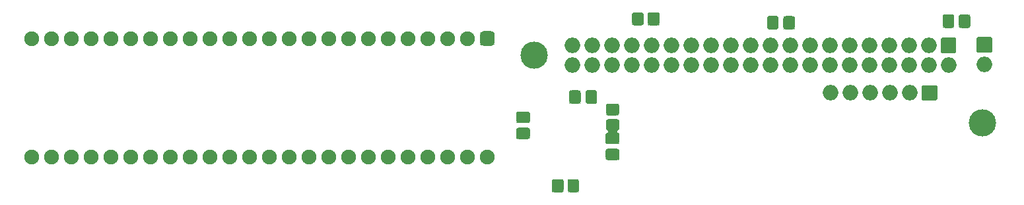
<source format=gbr>
%TF.GenerationSoftware,KiCad,Pcbnew,5.1.10-88a1d61d58~88~ubuntu18.04.1*%
%TF.CreationDate,2021-09-18T16:02:56+02:00*%
%TF.ProjectId,RGBtoHDMI Amiga Denise DIP CPLD Rev 1.1,52474274-6f48-4444-9d49-20416d696761,rev?*%
%TF.SameCoordinates,Original*%
%TF.FileFunction,Soldermask,Bot*%
%TF.FilePolarity,Negative*%
%FSLAX46Y46*%
G04 Gerber Fmt 4.6, Leading zero omitted, Abs format (unit mm)*
G04 Created by KiCad (PCBNEW 5.1.10-88a1d61d58~88~ubuntu18.04.1) date 2021-09-18 16:02:56*
%MOMM*%
%LPD*%
G01*
G04 APERTURE LIST*
%ADD10C,3.500000*%
%ADD11O,2.000000X2.000000*%
%ADD12O,1.900000X1.900000*%
%ADD13C,0.100000*%
G04 APERTURE END LIST*
D10*
%TO.C,REF\u002A\u002A*%
X202840000Y-95300000D03*
%TD*%
D11*
%TO.C,Button*%
X203050000Y-87815000D03*
G36*
G01*
X202050000Y-86125000D02*
X202050000Y-84425000D01*
G75*
G02*
X202200000Y-84275000I150000J0D01*
G01*
X203900000Y-84275000D01*
G75*
G02*
X204050000Y-84425000I0J-150000D01*
G01*
X204050000Y-86125000D01*
G75*
G02*
X203900000Y-86275000I-150000J0D01*
G01*
X202200000Y-86275000D01*
G75*
G02*
X202050000Y-86125000I0J150000D01*
G01*
G37*
%TD*%
D10*
%TO.C,REF\u002A\u002A*%
X145330000Y-86620000D03*
%TD*%
D12*
%TO.C,U2*%
X139315000Y-99695000D03*
X80895000Y-84455000D03*
X136775000Y-99695000D03*
X83435000Y-84455000D03*
X134235000Y-99695000D03*
X85975000Y-84455000D03*
X131695000Y-99695000D03*
X88515000Y-84455000D03*
X129155000Y-99695000D03*
X91055000Y-84455000D03*
X126615000Y-99695000D03*
X93595000Y-84455000D03*
X124075000Y-99695000D03*
X96135000Y-84455000D03*
X121535000Y-99695000D03*
X98675000Y-84455000D03*
X118995000Y-99695000D03*
X101215000Y-84455000D03*
X116455000Y-99695000D03*
X103755000Y-84455000D03*
X113915000Y-99695000D03*
X106295000Y-84455000D03*
X111375000Y-99695000D03*
X108835000Y-84455000D03*
X108835000Y-99695000D03*
X111375000Y-84455000D03*
X106295000Y-99695000D03*
X113915000Y-84455000D03*
X103755000Y-99695000D03*
X116455000Y-84455000D03*
X101215000Y-99695000D03*
X118995000Y-84455000D03*
X98675000Y-99695000D03*
X121535000Y-84455000D03*
X96135000Y-99695000D03*
X124075000Y-84455000D03*
X93595000Y-99695000D03*
X126615000Y-84455000D03*
X91055000Y-99695000D03*
X129155000Y-84455000D03*
X88515000Y-99695000D03*
X131695000Y-84455000D03*
X85975000Y-99695000D03*
X134235000Y-84455000D03*
X83435000Y-99695000D03*
X136775000Y-84455000D03*
X80895000Y-99695000D03*
G36*
G01*
X138840000Y-83505000D02*
X139790000Y-83505000D01*
G75*
G02*
X140265000Y-83980000I0J-475000D01*
G01*
X140265000Y-84930000D01*
G75*
G02*
X139790000Y-85405000I-475000J0D01*
G01*
X138840000Y-85405000D01*
G75*
G02*
X138365000Y-84930000I0J475000D01*
G01*
X138365000Y-83980000D01*
G75*
G02*
X138840000Y-83505000I475000J0D01*
G01*
G37*
%TD*%
D11*
%TO.C,J1*%
X150190000Y-87900000D03*
X150190000Y-85360000D03*
X152730000Y-87900000D03*
X152730000Y-85360000D03*
X155270000Y-87900000D03*
X155270000Y-85360000D03*
X157810000Y-87900000D03*
X157810000Y-85360000D03*
X160350000Y-87900000D03*
X160350000Y-85360000D03*
X162890000Y-87900000D03*
X162890000Y-85360000D03*
X165430000Y-87900000D03*
X165430000Y-85360000D03*
X167970000Y-87900000D03*
X167970000Y-85360000D03*
X170510000Y-87900000D03*
X170510000Y-85360000D03*
X173050000Y-87900000D03*
X173050000Y-85360000D03*
X175590000Y-87900000D03*
X175590000Y-85360000D03*
X178130000Y-87900000D03*
X178130000Y-85360000D03*
X180670000Y-87900000D03*
X180670000Y-85360000D03*
X183210000Y-87900000D03*
X183210000Y-85360000D03*
X185750000Y-87900000D03*
X185750000Y-85360000D03*
X188290000Y-87900000D03*
X188290000Y-85360000D03*
X190830000Y-87900000D03*
X190830000Y-85360000D03*
X193370000Y-87900000D03*
X193370000Y-85360000D03*
X195910000Y-87900000D03*
X195910000Y-85360000D03*
X198450000Y-87900000D03*
G36*
G01*
X197600000Y-84360000D02*
X199300000Y-84360000D01*
G75*
G02*
X199450000Y-84510000I0J-150000D01*
G01*
X199450000Y-86210000D01*
G75*
G02*
X199300000Y-86360000I-150000J0D01*
G01*
X197600000Y-86360000D01*
G75*
G02*
X197450000Y-86210000I0J150000D01*
G01*
X197450000Y-84510000D01*
G75*
G02*
X197600000Y-84360000I150000J0D01*
G01*
G37*
%TD*%
%TO.C,C5*%
G36*
G01*
X199790000Y-82791171D02*
X199790000Y-81668829D01*
G75*
G02*
X200103829Y-81355000I313829J0D01*
G01*
X200951171Y-81355000D01*
G75*
G02*
X201265000Y-81668829I0J-313829D01*
G01*
X201265000Y-82791171D01*
G75*
G02*
X200951171Y-83105000I-313829J0D01*
G01*
X200103829Y-83105000D01*
G75*
G02*
X199790000Y-82791171I0J313829D01*
G01*
G37*
G36*
G01*
X197715000Y-82791171D02*
X197715000Y-81668829D01*
G75*
G02*
X198028829Y-81355000I313829J0D01*
G01*
X198876171Y-81355000D01*
G75*
G02*
X199190000Y-81668829I0J-313829D01*
G01*
X199190000Y-82791171D01*
G75*
G02*
X198876171Y-83105000I-313829J0D01*
G01*
X198028829Y-83105000D01*
G75*
G02*
X197715000Y-82791171I0J313829D01*
G01*
G37*
%TD*%
%TO.C,C1*%
G36*
G01*
X176660000Y-81868829D02*
X176660000Y-82991171D01*
G75*
G02*
X176346171Y-83305000I-313829J0D01*
G01*
X175498829Y-83305000D01*
G75*
G02*
X175185000Y-82991171I0J313829D01*
G01*
X175185000Y-81868829D01*
G75*
G02*
X175498829Y-81555000I313829J0D01*
G01*
X176346171Y-81555000D01*
G75*
G02*
X176660000Y-81868829I0J-313829D01*
G01*
G37*
G36*
G01*
X178735000Y-81868829D02*
X178735000Y-82991171D01*
G75*
G02*
X178421171Y-83305000I-313829J0D01*
G01*
X177573829Y-83305000D01*
G75*
G02*
X177260000Y-82991171I0J313829D01*
G01*
X177260000Y-81868829D01*
G75*
G02*
X177573829Y-81555000I313829J0D01*
G01*
X178421171Y-81555000D01*
G75*
G02*
X178735000Y-81868829I0J-313829D01*
G01*
G37*
%TD*%
%TO.C,R3*%
G36*
G01*
X155917502Y-94360000D02*
X154842498Y-94360000D01*
G75*
G02*
X154530000Y-94047502I0J312498D01*
G01*
X154530000Y-93172498D01*
G75*
G02*
X154842498Y-92860000I312498J0D01*
G01*
X155917502Y-92860000D01*
G75*
G02*
X156230000Y-93172498I0J-312498D01*
G01*
X156230000Y-94047502D01*
G75*
G02*
X155917502Y-94360000I-312498J0D01*
G01*
G37*
G36*
G01*
X155917502Y-96360000D02*
X154842498Y-96360000D01*
G75*
G02*
X154530000Y-96047502I0J312498D01*
G01*
X154530000Y-95172498D01*
G75*
G02*
X154842498Y-94860000I312498J0D01*
G01*
X155917502Y-94860000D01*
G75*
G02*
X156230000Y-95172498I0J-312498D01*
G01*
X156230000Y-96047502D01*
G75*
G02*
X155917502Y-96360000I-312498J0D01*
G01*
G37*
%TD*%
%TO.C,R2*%
G36*
G01*
X149090000Y-102892498D02*
X149090000Y-103967502D01*
G75*
G02*
X148777502Y-104280000I-312498J0D01*
G01*
X147902498Y-104280000D01*
G75*
G02*
X147590000Y-103967502I0J312498D01*
G01*
X147590000Y-102892498D01*
G75*
G02*
X147902498Y-102580000I312498J0D01*
G01*
X148777502Y-102580000D01*
G75*
G02*
X149090000Y-102892498I0J-312498D01*
G01*
G37*
G36*
G01*
X151090000Y-102892498D02*
X151090000Y-103967502D01*
G75*
G02*
X150777502Y-104280000I-312498J0D01*
G01*
X149902498Y-104280000D01*
G75*
G02*
X149590000Y-103967502I0J312498D01*
G01*
X149590000Y-102892498D01*
G75*
G02*
X149902498Y-102580000I312498J0D01*
G01*
X150777502Y-102580000D01*
G75*
G02*
X151090000Y-102892498I0J-312498D01*
G01*
G37*
%TD*%
%TO.C,R1*%
G36*
G01*
X159380000Y-81392498D02*
X159380000Y-82467502D01*
G75*
G02*
X159067502Y-82780000I-312498J0D01*
G01*
X158192498Y-82780000D01*
G75*
G02*
X157880000Y-82467502I0J312498D01*
G01*
X157880000Y-81392498D01*
G75*
G02*
X158192498Y-81080000I312498J0D01*
G01*
X159067502Y-81080000D01*
G75*
G02*
X159380000Y-81392498I0J-312498D01*
G01*
G37*
G36*
G01*
X161380000Y-81392498D02*
X161380000Y-82467502D01*
G75*
G02*
X161067502Y-82780000I-312498J0D01*
G01*
X160192498Y-82780000D01*
G75*
G02*
X159880000Y-82467502I0J312498D01*
G01*
X159880000Y-81392498D01*
G75*
G02*
X160192498Y-81080000I312498J0D01*
G01*
X161067502Y-81080000D01*
G75*
G02*
X161380000Y-81392498I0J-312498D01*
G01*
G37*
%TD*%
%TO.C,C4*%
G36*
G01*
X143328829Y-93885000D02*
X144451171Y-93885000D01*
G75*
G02*
X144765000Y-94198829I0J-313829D01*
G01*
X144765000Y-95046171D01*
G75*
G02*
X144451171Y-95360000I-313829J0D01*
G01*
X143328829Y-95360000D01*
G75*
G02*
X143015000Y-95046171I0J313829D01*
G01*
X143015000Y-94198829D01*
G75*
G02*
X143328829Y-93885000I313829J0D01*
G01*
G37*
G36*
G01*
X143328829Y-95960000D02*
X144451171Y-95960000D01*
G75*
G02*
X144765000Y-96273829I0J-313829D01*
G01*
X144765000Y-97121171D01*
G75*
G02*
X144451171Y-97435000I-313829J0D01*
G01*
X143328829Y-97435000D01*
G75*
G02*
X143015000Y-97121171I0J313829D01*
G01*
X143015000Y-96273829D01*
G75*
G02*
X143328829Y-95960000I313829J0D01*
G01*
G37*
%TD*%
%TO.C,C3*%
G36*
G01*
X155931171Y-98070000D02*
X154808829Y-98070000D01*
G75*
G02*
X154495000Y-97756171I0J313829D01*
G01*
X154495000Y-96908829D01*
G75*
G02*
X154808829Y-96595000I313829J0D01*
G01*
X155931171Y-96595000D01*
G75*
G02*
X156245000Y-96908829I0J-313829D01*
G01*
X156245000Y-97756171D01*
G75*
G02*
X155931171Y-98070000I-313829J0D01*
G01*
G37*
G36*
G01*
X155931171Y-100145000D02*
X154808829Y-100145000D01*
G75*
G02*
X154495000Y-99831171I0J313829D01*
G01*
X154495000Y-98983829D01*
G75*
G02*
X154808829Y-98670000I313829J0D01*
G01*
X155931171Y-98670000D01*
G75*
G02*
X156245000Y-98983829I0J-313829D01*
G01*
X156245000Y-99831171D01*
G75*
G02*
X155931171Y-100145000I-313829J0D01*
G01*
G37*
%TD*%
%TO.C,C2*%
G36*
G01*
X151890000Y-92561171D02*
X151890000Y-91438829D01*
G75*
G02*
X152203829Y-91125000I313829J0D01*
G01*
X153051171Y-91125000D01*
G75*
G02*
X153365000Y-91438829I0J-313829D01*
G01*
X153365000Y-92561171D01*
G75*
G02*
X153051171Y-92875000I-313829J0D01*
G01*
X152203829Y-92875000D01*
G75*
G02*
X151890000Y-92561171I0J313829D01*
G01*
G37*
G36*
G01*
X149815000Y-92561171D02*
X149815000Y-91438829D01*
G75*
G02*
X150128829Y-91125000I313829J0D01*
G01*
X150976171Y-91125000D01*
G75*
G02*
X151290000Y-91438829I0J-313829D01*
G01*
X151290000Y-92561171D01*
G75*
G02*
X150976171Y-92875000I-313829J0D01*
G01*
X150128829Y-92875000D01*
G75*
G02*
X149815000Y-92561171I0J313829D01*
G01*
G37*
%TD*%
%TO.C,JTAG Port*%
G36*
G01*
X195160000Y-90460000D02*
X196860000Y-90460000D01*
G75*
G02*
X197010000Y-90610000I0J-150000D01*
G01*
X197010000Y-92310000D01*
G75*
G02*
X196860000Y-92460000I-150000J0D01*
G01*
X195160000Y-92460000D01*
G75*
G02*
X195010000Y-92310000I0J150000D01*
G01*
X195010000Y-90610000D01*
G75*
G02*
X195160000Y-90460000I150000J0D01*
G01*
G37*
X193470000Y-91460000D03*
X190930000Y-91460000D03*
X188390000Y-91460000D03*
X185850000Y-91460000D03*
X183310000Y-91460000D03*
%TD*%
D13*
G36*
X149091165Y-103965876D02*
G01*
X149092000Y-103967502D01*
X149092000Y-104034278D01*
X149091990Y-104034474D01*
X149086794Y-104087237D01*
X149086718Y-104087622D01*
X149073119Y-104132451D01*
X149072969Y-104132813D01*
X149050885Y-104174128D01*
X149050667Y-104174454D01*
X149020947Y-104210670D01*
X149020670Y-104210947D01*
X148984454Y-104240667D01*
X148984128Y-104240885D01*
X148942813Y-104262969D01*
X148942451Y-104263119D01*
X148897622Y-104276718D01*
X148897237Y-104276794D01*
X148844474Y-104281990D01*
X148844278Y-104282000D01*
X148777502Y-104282000D01*
X148775770Y-104281000D01*
X148775770Y-104279000D01*
X148777306Y-104278010D01*
X148838072Y-104272025D01*
X148896321Y-104254356D01*
X148950001Y-104225664D01*
X148997050Y-104187050D01*
X149035664Y-104140001D01*
X149064356Y-104086321D01*
X149082025Y-104028072D01*
X149088010Y-103967306D01*
X149089175Y-103965680D01*
X149091165Y-103965876D01*
G37*
G36*
X147591990Y-103967306D02*
G01*
X147597975Y-104028072D01*
X147615644Y-104086321D01*
X147644336Y-104140001D01*
X147682950Y-104187050D01*
X147729999Y-104225664D01*
X147783679Y-104254356D01*
X147841928Y-104272025D01*
X147902694Y-104278010D01*
X147904320Y-104279175D01*
X147904124Y-104281165D01*
X147902498Y-104282000D01*
X147835722Y-104282000D01*
X147835526Y-104281990D01*
X147782763Y-104276794D01*
X147782378Y-104276718D01*
X147737549Y-104263119D01*
X147737187Y-104262969D01*
X147695872Y-104240885D01*
X147695546Y-104240667D01*
X147659330Y-104210947D01*
X147659053Y-104210670D01*
X147629333Y-104174454D01*
X147629115Y-104174128D01*
X147607031Y-104132813D01*
X147606881Y-104132451D01*
X147593282Y-104087622D01*
X147593206Y-104087237D01*
X147588010Y-104034474D01*
X147588000Y-104034278D01*
X147588000Y-103967502D01*
X147589000Y-103965770D01*
X147591000Y-103965770D01*
X147591990Y-103967306D01*
G37*
G36*
X151091165Y-103965876D02*
G01*
X151092000Y-103967502D01*
X151092000Y-104034278D01*
X151091990Y-104034474D01*
X151086794Y-104087237D01*
X151086718Y-104087622D01*
X151073119Y-104132451D01*
X151072969Y-104132813D01*
X151050885Y-104174128D01*
X151050667Y-104174454D01*
X151020947Y-104210670D01*
X151020670Y-104210947D01*
X150984454Y-104240667D01*
X150984128Y-104240885D01*
X150942813Y-104262969D01*
X150942451Y-104263119D01*
X150897622Y-104276718D01*
X150897237Y-104276794D01*
X150844474Y-104281990D01*
X150844278Y-104282000D01*
X150777502Y-104282000D01*
X150775770Y-104281000D01*
X150775770Y-104279000D01*
X150777306Y-104278010D01*
X150838072Y-104272025D01*
X150896321Y-104254356D01*
X150950001Y-104225664D01*
X150997050Y-104187050D01*
X151035664Y-104140001D01*
X151064356Y-104086321D01*
X151082025Y-104028072D01*
X151088010Y-103967306D01*
X151089175Y-103965680D01*
X151091165Y-103965876D01*
G37*
G36*
X149591990Y-103967306D02*
G01*
X149597975Y-104028072D01*
X149615644Y-104086321D01*
X149644336Y-104140001D01*
X149682950Y-104187050D01*
X149729999Y-104225664D01*
X149783679Y-104254356D01*
X149841928Y-104272025D01*
X149902694Y-104278010D01*
X149904320Y-104279175D01*
X149904124Y-104281165D01*
X149902498Y-104282000D01*
X149835722Y-104282000D01*
X149835526Y-104281990D01*
X149782763Y-104276794D01*
X149782378Y-104276718D01*
X149737549Y-104263119D01*
X149737187Y-104262969D01*
X149695872Y-104240885D01*
X149695546Y-104240667D01*
X149659330Y-104210947D01*
X149659053Y-104210670D01*
X149629333Y-104174454D01*
X149629115Y-104174128D01*
X149607031Y-104132813D01*
X149606881Y-104132451D01*
X149593282Y-104087622D01*
X149593206Y-104087237D01*
X149588010Y-104034474D01*
X149588000Y-104034278D01*
X149588000Y-103967502D01*
X149589000Y-103965770D01*
X149591000Y-103965770D01*
X149591990Y-103967306D01*
G37*
G36*
X147904230Y-102579000D02*
G01*
X147904230Y-102581000D01*
X147902694Y-102581990D01*
X147841928Y-102587975D01*
X147783679Y-102605644D01*
X147729999Y-102634336D01*
X147682950Y-102672950D01*
X147644336Y-102719999D01*
X147615644Y-102773679D01*
X147597975Y-102831928D01*
X147591990Y-102892694D01*
X147590825Y-102894320D01*
X147588835Y-102894124D01*
X147588000Y-102892498D01*
X147588000Y-102825722D01*
X147588010Y-102825526D01*
X147593206Y-102772763D01*
X147593282Y-102772378D01*
X147606881Y-102727549D01*
X147607031Y-102727187D01*
X147629115Y-102685872D01*
X147629333Y-102685546D01*
X147659053Y-102649330D01*
X147659330Y-102649053D01*
X147695546Y-102619333D01*
X147695872Y-102619115D01*
X147737187Y-102597031D01*
X147737549Y-102596881D01*
X147782378Y-102583282D01*
X147782763Y-102583206D01*
X147835526Y-102578010D01*
X147835722Y-102578000D01*
X147902498Y-102578000D01*
X147904230Y-102579000D01*
G37*
G36*
X149904230Y-102579000D02*
G01*
X149904230Y-102581000D01*
X149902694Y-102581990D01*
X149841928Y-102587975D01*
X149783679Y-102605644D01*
X149729999Y-102634336D01*
X149682950Y-102672950D01*
X149644336Y-102719999D01*
X149615644Y-102773679D01*
X149597975Y-102831928D01*
X149591990Y-102892694D01*
X149590825Y-102894320D01*
X149588835Y-102894124D01*
X149588000Y-102892498D01*
X149588000Y-102825722D01*
X149588010Y-102825526D01*
X149593206Y-102772763D01*
X149593282Y-102772378D01*
X149606881Y-102727549D01*
X149607031Y-102727187D01*
X149629115Y-102685872D01*
X149629333Y-102685546D01*
X149659053Y-102649330D01*
X149659330Y-102649053D01*
X149695546Y-102619333D01*
X149695872Y-102619115D01*
X149737187Y-102597031D01*
X149737549Y-102596881D01*
X149782378Y-102583282D01*
X149782763Y-102583206D01*
X149835526Y-102578010D01*
X149835722Y-102578000D01*
X149902498Y-102578000D01*
X149904230Y-102579000D01*
G37*
G36*
X148844474Y-102578010D02*
G01*
X148897237Y-102583206D01*
X148897622Y-102583282D01*
X148942451Y-102596881D01*
X148942813Y-102597031D01*
X148984128Y-102619115D01*
X148984454Y-102619333D01*
X149020670Y-102649053D01*
X149020947Y-102649330D01*
X149050667Y-102685546D01*
X149050885Y-102685872D01*
X149072969Y-102727187D01*
X149073119Y-102727549D01*
X149086718Y-102772378D01*
X149086794Y-102772763D01*
X149091990Y-102825526D01*
X149092000Y-102825722D01*
X149092000Y-102892498D01*
X149091000Y-102894230D01*
X149089000Y-102894230D01*
X149088010Y-102892694D01*
X149082025Y-102831928D01*
X149064356Y-102773679D01*
X149035664Y-102719999D01*
X148997050Y-102672950D01*
X148950001Y-102634336D01*
X148896321Y-102605644D01*
X148838072Y-102587975D01*
X148777306Y-102581990D01*
X148775680Y-102580825D01*
X148775876Y-102578835D01*
X148777502Y-102578000D01*
X148844278Y-102578000D01*
X148844474Y-102578010D01*
G37*
G36*
X150844474Y-102578010D02*
G01*
X150897237Y-102583206D01*
X150897622Y-102583282D01*
X150942451Y-102596881D01*
X150942813Y-102597031D01*
X150984128Y-102619115D01*
X150984454Y-102619333D01*
X151020670Y-102649053D01*
X151020947Y-102649330D01*
X151050667Y-102685546D01*
X151050885Y-102685872D01*
X151072969Y-102727187D01*
X151073119Y-102727549D01*
X151086718Y-102772378D01*
X151086794Y-102772763D01*
X151091990Y-102825526D01*
X151092000Y-102825722D01*
X151092000Y-102892498D01*
X151091000Y-102894230D01*
X151089000Y-102894230D01*
X151088010Y-102892694D01*
X151082025Y-102831928D01*
X151064356Y-102773679D01*
X151035664Y-102719999D01*
X150997050Y-102672950D01*
X150950001Y-102634336D01*
X150896321Y-102605644D01*
X150838072Y-102587975D01*
X150777306Y-102581990D01*
X150775680Y-102580825D01*
X150775876Y-102578835D01*
X150777502Y-102578000D01*
X150844278Y-102578000D01*
X150844474Y-102578010D01*
G37*
G36*
X156246165Y-99829545D02*
G01*
X156247000Y-99831171D01*
X156247000Y-99896839D01*
X156246990Y-99897035D01*
X156241747Y-99950274D01*
X156241671Y-99950659D01*
X156227934Y-99995941D01*
X156227784Y-99996303D01*
X156205471Y-100038048D01*
X156205253Y-100038374D01*
X156175232Y-100074955D01*
X156174955Y-100075232D01*
X156138374Y-100105253D01*
X156138048Y-100105471D01*
X156096303Y-100127784D01*
X156095941Y-100127934D01*
X156050659Y-100141671D01*
X156050274Y-100141747D01*
X155997035Y-100146990D01*
X155996839Y-100147000D01*
X155931171Y-100147000D01*
X155929439Y-100146000D01*
X155929439Y-100144000D01*
X155930975Y-100143010D01*
X155992001Y-100137000D01*
X156050499Y-100119254D01*
X156104409Y-100090439D01*
X156151661Y-100051661D01*
X156190439Y-100004409D01*
X156219254Y-99950499D01*
X156237000Y-99892001D01*
X156243010Y-99830975D01*
X156244175Y-99829349D01*
X156246165Y-99829545D01*
G37*
G36*
X154496990Y-99830975D02*
G01*
X154503000Y-99892001D01*
X154520746Y-99950499D01*
X154549561Y-100004409D01*
X154588339Y-100051661D01*
X154635591Y-100090439D01*
X154689501Y-100119254D01*
X154747999Y-100137000D01*
X154809025Y-100143010D01*
X154810651Y-100144175D01*
X154810455Y-100146165D01*
X154808829Y-100147000D01*
X154743161Y-100147000D01*
X154742965Y-100146990D01*
X154689726Y-100141747D01*
X154689341Y-100141671D01*
X154644059Y-100127934D01*
X154643697Y-100127784D01*
X154601952Y-100105471D01*
X154601626Y-100105253D01*
X154565045Y-100075232D01*
X154564768Y-100074955D01*
X154534747Y-100038374D01*
X154534529Y-100038048D01*
X154512216Y-99996303D01*
X154512066Y-99995941D01*
X154498329Y-99950659D01*
X154498253Y-99950274D01*
X154493010Y-99897035D01*
X154493000Y-99896839D01*
X154493000Y-99831171D01*
X154494000Y-99829439D01*
X154496000Y-99829439D01*
X154496990Y-99830975D01*
G37*
G36*
X154810561Y-98669000D02*
G01*
X154810561Y-98671000D01*
X154809025Y-98671990D01*
X154747999Y-98678000D01*
X154689501Y-98695746D01*
X154635591Y-98724561D01*
X154588339Y-98763339D01*
X154549561Y-98810591D01*
X154520746Y-98864501D01*
X154503000Y-98922999D01*
X154496990Y-98984025D01*
X154495825Y-98985651D01*
X154493835Y-98985455D01*
X154493000Y-98983829D01*
X154493000Y-98918161D01*
X154493010Y-98917965D01*
X154498253Y-98864726D01*
X154498329Y-98864341D01*
X154512066Y-98819059D01*
X154512216Y-98818697D01*
X154534529Y-98776952D01*
X154534747Y-98776626D01*
X154564768Y-98740045D01*
X154565045Y-98739768D01*
X154601626Y-98709747D01*
X154601952Y-98709529D01*
X154643697Y-98687216D01*
X154644059Y-98687066D01*
X154689341Y-98673329D01*
X154689726Y-98673253D01*
X154742965Y-98668010D01*
X154743161Y-98668000D01*
X154808829Y-98668000D01*
X154810561Y-98669000D01*
G37*
G36*
X155997035Y-98668010D02*
G01*
X156050274Y-98673253D01*
X156050659Y-98673329D01*
X156095941Y-98687066D01*
X156096303Y-98687216D01*
X156138048Y-98709529D01*
X156138374Y-98709747D01*
X156174955Y-98739768D01*
X156175232Y-98740045D01*
X156205253Y-98776626D01*
X156205471Y-98776952D01*
X156227784Y-98818697D01*
X156227934Y-98819059D01*
X156241671Y-98864341D01*
X156241747Y-98864726D01*
X156246990Y-98917965D01*
X156247000Y-98918161D01*
X156247000Y-98983829D01*
X156246000Y-98985561D01*
X156244000Y-98985561D01*
X156243010Y-98984025D01*
X156237000Y-98922999D01*
X156219254Y-98864501D01*
X156190439Y-98810591D01*
X156151661Y-98763339D01*
X156104409Y-98724561D01*
X156050499Y-98695746D01*
X155992001Y-98678000D01*
X155930975Y-98671990D01*
X155929349Y-98670825D01*
X155929545Y-98668835D01*
X155931171Y-98668000D01*
X155996839Y-98668000D01*
X155997035Y-98668010D01*
G37*
G36*
X156246165Y-97754545D02*
G01*
X156247000Y-97756171D01*
X156247000Y-97821839D01*
X156246990Y-97822035D01*
X156241747Y-97875274D01*
X156241671Y-97875659D01*
X156227934Y-97920941D01*
X156227784Y-97921303D01*
X156205471Y-97963048D01*
X156205253Y-97963374D01*
X156175232Y-97999955D01*
X156174955Y-98000232D01*
X156138374Y-98030253D01*
X156138048Y-98030471D01*
X156096303Y-98052784D01*
X156095941Y-98052934D01*
X156050659Y-98066671D01*
X156050274Y-98066747D01*
X155997035Y-98071990D01*
X155996839Y-98072000D01*
X155931171Y-98072000D01*
X155929439Y-98071000D01*
X155929439Y-98069000D01*
X155930975Y-98068010D01*
X155992001Y-98062000D01*
X156050499Y-98044254D01*
X156104409Y-98015439D01*
X156151661Y-97976661D01*
X156190439Y-97929409D01*
X156219254Y-97875499D01*
X156237000Y-97817001D01*
X156243010Y-97755975D01*
X156244175Y-97754349D01*
X156246165Y-97754545D01*
G37*
G36*
X154496990Y-97755975D02*
G01*
X154503000Y-97817001D01*
X154520746Y-97875499D01*
X154549561Y-97929409D01*
X154588339Y-97976661D01*
X154635591Y-98015439D01*
X154689501Y-98044254D01*
X154747999Y-98062000D01*
X154809025Y-98068010D01*
X154810651Y-98069175D01*
X154810455Y-98071165D01*
X154808829Y-98072000D01*
X154743161Y-98072000D01*
X154742965Y-98071990D01*
X154689726Y-98066747D01*
X154689341Y-98066671D01*
X154644059Y-98052934D01*
X154643697Y-98052784D01*
X154601952Y-98030471D01*
X154601626Y-98030253D01*
X154565045Y-98000232D01*
X154564768Y-97999955D01*
X154534747Y-97963374D01*
X154534529Y-97963048D01*
X154512216Y-97921303D01*
X154512066Y-97920941D01*
X154498329Y-97875659D01*
X154498253Y-97875274D01*
X154493010Y-97822035D01*
X154493000Y-97821839D01*
X154493000Y-97756171D01*
X154494000Y-97754439D01*
X154496000Y-97754439D01*
X154496990Y-97755975D01*
G37*
G36*
X144766165Y-97119545D02*
G01*
X144767000Y-97121171D01*
X144767000Y-97186839D01*
X144766990Y-97187035D01*
X144761747Y-97240274D01*
X144761671Y-97240659D01*
X144747934Y-97285941D01*
X144747784Y-97286303D01*
X144725471Y-97328048D01*
X144725253Y-97328374D01*
X144695232Y-97364955D01*
X144694955Y-97365232D01*
X144658374Y-97395253D01*
X144658048Y-97395471D01*
X144616303Y-97417784D01*
X144615941Y-97417934D01*
X144570659Y-97431671D01*
X144570274Y-97431747D01*
X144517035Y-97436990D01*
X144516839Y-97437000D01*
X144451171Y-97437000D01*
X144449439Y-97436000D01*
X144449439Y-97434000D01*
X144450975Y-97433010D01*
X144512001Y-97427000D01*
X144570499Y-97409254D01*
X144624409Y-97380439D01*
X144671661Y-97341661D01*
X144710439Y-97294409D01*
X144739254Y-97240499D01*
X144757000Y-97182001D01*
X144763010Y-97120975D01*
X144764175Y-97119349D01*
X144766165Y-97119545D01*
G37*
G36*
X143016990Y-97120975D02*
G01*
X143023000Y-97182001D01*
X143040746Y-97240499D01*
X143069561Y-97294409D01*
X143108339Y-97341661D01*
X143155591Y-97380439D01*
X143209501Y-97409254D01*
X143267999Y-97427000D01*
X143329025Y-97433010D01*
X143330651Y-97434175D01*
X143330455Y-97436165D01*
X143328829Y-97437000D01*
X143263161Y-97437000D01*
X143262965Y-97436990D01*
X143209726Y-97431747D01*
X143209341Y-97431671D01*
X143164059Y-97417934D01*
X143163697Y-97417784D01*
X143121952Y-97395471D01*
X143121626Y-97395253D01*
X143085045Y-97365232D01*
X143084768Y-97364955D01*
X143054747Y-97328374D01*
X143054529Y-97328048D01*
X143032216Y-97286303D01*
X143032066Y-97285941D01*
X143018329Y-97240659D01*
X143018253Y-97240274D01*
X143013010Y-97187035D01*
X143013000Y-97186839D01*
X143013000Y-97121171D01*
X143014000Y-97119439D01*
X143016000Y-97119439D01*
X143016990Y-97120975D01*
G37*
G36*
X156231165Y-96045876D02*
G01*
X156232000Y-96047502D01*
X156232000Y-96114278D01*
X156231990Y-96114474D01*
X156226794Y-96167237D01*
X156226718Y-96167622D01*
X156213119Y-96212451D01*
X156212969Y-96212813D01*
X156190885Y-96254128D01*
X156190667Y-96254454D01*
X156160947Y-96290670D01*
X156160670Y-96290947D01*
X156124454Y-96320667D01*
X156124128Y-96320885D01*
X156082816Y-96342967D01*
X156082454Y-96343117D01*
X156031469Y-96358583D01*
X156009104Y-96367848D01*
X155989057Y-96381242D01*
X155972010Y-96398289D01*
X155958615Y-96418337D01*
X155949388Y-96440610D01*
X155944684Y-96464261D01*
X155944684Y-96488367D01*
X155949388Y-96512017D01*
X155958615Y-96534291D01*
X155972009Y-96554338D01*
X155989056Y-96571385D01*
X156009104Y-96584780D01*
X156031377Y-96594007D01*
X156045905Y-96596897D01*
X156046096Y-96596945D01*
X156095941Y-96612066D01*
X156096303Y-96612216D01*
X156138048Y-96634529D01*
X156138374Y-96634747D01*
X156174955Y-96664768D01*
X156175232Y-96665045D01*
X156205253Y-96701626D01*
X156205471Y-96701952D01*
X156227784Y-96743697D01*
X156227934Y-96744059D01*
X156241671Y-96789341D01*
X156241747Y-96789726D01*
X156246990Y-96842965D01*
X156247000Y-96843161D01*
X156247000Y-96908829D01*
X156246000Y-96910561D01*
X156244000Y-96910561D01*
X156243010Y-96909025D01*
X156237000Y-96847999D01*
X156219254Y-96789501D01*
X156190439Y-96735591D01*
X156151661Y-96688339D01*
X156104409Y-96649561D01*
X156050499Y-96620746D01*
X155992001Y-96603000D01*
X155931077Y-96597000D01*
X154808923Y-96597000D01*
X154747999Y-96603000D01*
X154689501Y-96620746D01*
X154635591Y-96649561D01*
X154588339Y-96688339D01*
X154549561Y-96735591D01*
X154520746Y-96789501D01*
X154503000Y-96847999D01*
X154496990Y-96909025D01*
X154495825Y-96910651D01*
X154493835Y-96910455D01*
X154493000Y-96908829D01*
X154493000Y-96843161D01*
X154493010Y-96842965D01*
X154498253Y-96789726D01*
X154498329Y-96789341D01*
X154512066Y-96744059D01*
X154512216Y-96743697D01*
X154534529Y-96701952D01*
X154534747Y-96701626D01*
X154564768Y-96665045D01*
X154565045Y-96664768D01*
X154601626Y-96634747D01*
X154601952Y-96634529D01*
X154643697Y-96612216D01*
X154644059Y-96612066D01*
X154689341Y-96598329D01*
X154689726Y-96598253D01*
X154699970Y-96597244D01*
X154723722Y-96592519D01*
X154745996Y-96583293D01*
X154766043Y-96569898D01*
X154783090Y-96552850D01*
X154796484Y-96532803D01*
X154805710Y-96510529D01*
X154810414Y-96486878D01*
X154810414Y-96462772D01*
X154805709Y-96439122D01*
X154796483Y-96416848D01*
X154783088Y-96396801D01*
X154766040Y-96379754D01*
X154745993Y-96366360D01*
X154723629Y-96357096D01*
X154677546Y-96343117D01*
X154677184Y-96342967D01*
X154635872Y-96320885D01*
X154635546Y-96320667D01*
X154599330Y-96290947D01*
X154599053Y-96290670D01*
X154569333Y-96254454D01*
X154569115Y-96254128D01*
X154547031Y-96212813D01*
X154546881Y-96212451D01*
X154533282Y-96167622D01*
X154533206Y-96167237D01*
X154528010Y-96114474D01*
X154528000Y-96114278D01*
X154528000Y-96047502D01*
X154529000Y-96045770D01*
X154531000Y-96045770D01*
X154531990Y-96047306D01*
X154537975Y-96108072D01*
X154555644Y-96166321D01*
X154584336Y-96220001D01*
X154622950Y-96267050D01*
X154669999Y-96305664D01*
X154723679Y-96334356D01*
X154781928Y-96352025D01*
X154842592Y-96358000D01*
X155917408Y-96358000D01*
X155978072Y-96352025D01*
X156036321Y-96334356D01*
X156090001Y-96305664D01*
X156137050Y-96267050D01*
X156175664Y-96220001D01*
X156204356Y-96166321D01*
X156222025Y-96108072D01*
X156228010Y-96047306D01*
X156229175Y-96045680D01*
X156231165Y-96045876D01*
G37*
G36*
X143330561Y-95959000D02*
G01*
X143330561Y-95961000D01*
X143329025Y-95961990D01*
X143267999Y-95968000D01*
X143209501Y-95985746D01*
X143155591Y-96014561D01*
X143108339Y-96053339D01*
X143069561Y-96100591D01*
X143040746Y-96154501D01*
X143023000Y-96212999D01*
X143016990Y-96274025D01*
X143015825Y-96275651D01*
X143013835Y-96275455D01*
X143013000Y-96273829D01*
X143013000Y-96208161D01*
X143013010Y-96207965D01*
X143018253Y-96154726D01*
X143018329Y-96154341D01*
X143032066Y-96109059D01*
X143032216Y-96108697D01*
X143054529Y-96066952D01*
X143054747Y-96066626D01*
X143084768Y-96030045D01*
X143085045Y-96029768D01*
X143121626Y-95999747D01*
X143121952Y-95999529D01*
X143163697Y-95977216D01*
X143164059Y-95977066D01*
X143209341Y-95963329D01*
X143209726Y-95963253D01*
X143262965Y-95958010D01*
X143263161Y-95958000D01*
X143328829Y-95958000D01*
X143330561Y-95959000D01*
G37*
G36*
X144517035Y-95958010D02*
G01*
X144570274Y-95963253D01*
X144570659Y-95963329D01*
X144615941Y-95977066D01*
X144616303Y-95977216D01*
X144658048Y-95999529D01*
X144658374Y-95999747D01*
X144694955Y-96029768D01*
X144695232Y-96030045D01*
X144725253Y-96066626D01*
X144725471Y-96066952D01*
X144747784Y-96108697D01*
X144747934Y-96109059D01*
X144761671Y-96154341D01*
X144761747Y-96154726D01*
X144766990Y-96207965D01*
X144767000Y-96208161D01*
X144767000Y-96273829D01*
X144766000Y-96275561D01*
X144764000Y-96275561D01*
X144763010Y-96274025D01*
X144757000Y-96212999D01*
X144739254Y-96154501D01*
X144710439Y-96100591D01*
X144671661Y-96053339D01*
X144624409Y-96014561D01*
X144570499Y-95985746D01*
X144512001Y-95968000D01*
X144450975Y-95961990D01*
X144449349Y-95960825D01*
X144449545Y-95958835D01*
X144451171Y-95958000D01*
X144516839Y-95958000D01*
X144517035Y-95958010D01*
G37*
G36*
X144766165Y-95044545D02*
G01*
X144767000Y-95046171D01*
X144767000Y-95111839D01*
X144766990Y-95112035D01*
X144761747Y-95165274D01*
X144761671Y-95165659D01*
X144747934Y-95210941D01*
X144747784Y-95211303D01*
X144725471Y-95253048D01*
X144725253Y-95253374D01*
X144695232Y-95289955D01*
X144694955Y-95290232D01*
X144658374Y-95320253D01*
X144658048Y-95320471D01*
X144616303Y-95342784D01*
X144615941Y-95342934D01*
X144570659Y-95356671D01*
X144570274Y-95356747D01*
X144517035Y-95361990D01*
X144516839Y-95362000D01*
X144451171Y-95362000D01*
X144449439Y-95361000D01*
X144449439Y-95359000D01*
X144450975Y-95358010D01*
X144512001Y-95352000D01*
X144570499Y-95334254D01*
X144624409Y-95305439D01*
X144671661Y-95266661D01*
X144710439Y-95219409D01*
X144739254Y-95165499D01*
X144757000Y-95107001D01*
X144763010Y-95045975D01*
X144764175Y-95044349D01*
X144766165Y-95044545D01*
G37*
G36*
X143016990Y-95045975D02*
G01*
X143023000Y-95107001D01*
X143040746Y-95165499D01*
X143069561Y-95219409D01*
X143108339Y-95266661D01*
X143155591Y-95305439D01*
X143209501Y-95334254D01*
X143267999Y-95352000D01*
X143329025Y-95358010D01*
X143330651Y-95359175D01*
X143330455Y-95361165D01*
X143328829Y-95362000D01*
X143263161Y-95362000D01*
X143262965Y-95361990D01*
X143209726Y-95356747D01*
X143209341Y-95356671D01*
X143164059Y-95342934D01*
X143163697Y-95342784D01*
X143121952Y-95320471D01*
X143121626Y-95320253D01*
X143085045Y-95290232D01*
X143084768Y-95289955D01*
X143054747Y-95253374D01*
X143054529Y-95253048D01*
X143032216Y-95211303D01*
X143032066Y-95210941D01*
X143018329Y-95165659D01*
X143018253Y-95165274D01*
X143013010Y-95112035D01*
X143013000Y-95111839D01*
X143013000Y-95046171D01*
X143014000Y-95044439D01*
X143016000Y-95044439D01*
X143016990Y-95045975D01*
G37*
G36*
X154844230Y-94859000D02*
G01*
X154844230Y-94861000D01*
X154842694Y-94861990D01*
X154781928Y-94867975D01*
X154723679Y-94885644D01*
X154669999Y-94914336D01*
X154622950Y-94952950D01*
X154584336Y-94999999D01*
X154555644Y-95053679D01*
X154537975Y-95111928D01*
X154531990Y-95172694D01*
X154530825Y-95174320D01*
X154528835Y-95174124D01*
X154528000Y-95172498D01*
X154528000Y-95105722D01*
X154528010Y-95105526D01*
X154533206Y-95052763D01*
X154533282Y-95052378D01*
X154546881Y-95007549D01*
X154547031Y-95007187D01*
X154569115Y-94965872D01*
X154569333Y-94965546D01*
X154599053Y-94929330D01*
X154599330Y-94929053D01*
X154635546Y-94899333D01*
X154635872Y-94899115D01*
X154677187Y-94877031D01*
X154677549Y-94876881D01*
X154722378Y-94863282D01*
X154722763Y-94863206D01*
X154775526Y-94858010D01*
X154775722Y-94858000D01*
X154842498Y-94858000D01*
X154844230Y-94859000D01*
G37*
G36*
X155984474Y-94858010D02*
G01*
X156037237Y-94863206D01*
X156037622Y-94863282D01*
X156082451Y-94876881D01*
X156082813Y-94877031D01*
X156124128Y-94899115D01*
X156124454Y-94899333D01*
X156160670Y-94929053D01*
X156160947Y-94929330D01*
X156190667Y-94965546D01*
X156190885Y-94965872D01*
X156212969Y-95007187D01*
X156213119Y-95007549D01*
X156226718Y-95052378D01*
X156226794Y-95052763D01*
X156231990Y-95105526D01*
X156232000Y-95105722D01*
X156232000Y-95172498D01*
X156231000Y-95174230D01*
X156229000Y-95174230D01*
X156228010Y-95172694D01*
X156222025Y-95111928D01*
X156204356Y-95053679D01*
X156175664Y-94999999D01*
X156137050Y-94952950D01*
X156090001Y-94914336D01*
X156036321Y-94885644D01*
X155978072Y-94867975D01*
X155917306Y-94861990D01*
X155915680Y-94860825D01*
X155915876Y-94858835D01*
X155917502Y-94858000D01*
X155984278Y-94858000D01*
X155984474Y-94858010D01*
G37*
G36*
X156231165Y-94045876D02*
G01*
X156232000Y-94047502D01*
X156232000Y-94114278D01*
X156231990Y-94114474D01*
X156226794Y-94167237D01*
X156226718Y-94167622D01*
X156213119Y-94212451D01*
X156212969Y-94212813D01*
X156190885Y-94254128D01*
X156190667Y-94254454D01*
X156160947Y-94290670D01*
X156160670Y-94290947D01*
X156124454Y-94320667D01*
X156124128Y-94320885D01*
X156082813Y-94342969D01*
X156082451Y-94343119D01*
X156037622Y-94356718D01*
X156037237Y-94356794D01*
X155984474Y-94361990D01*
X155984278Y-94362000D01*
X155917502Y-94362000D01*
X155915770Y-94361000D01*
X155915770Y-94359000D01*
X155917306Y-94358010D01*
X155978072Y-94352025D01*
X156036321Y-94334356D01*
X156090001Y-94305664D01*
X156137050Y-94267050D01*
X156175664Y-94220001D01*
X156204356Y-94166321D01*
X156222025Y-94108072D01*
X156228010Y-94047306D01*
X156229175Y-94045680D01*
X156231165Y-94045876D01*
G37*
G36*
X154531990Y-94047306D02*
G01*
X154537975Y-94108072D01*
X154555644Y-94166321D01*
X154584336Y-94220001D01*
X154622950Y-94267050D01*
X154669999Y-94305664D01*
X154723679Y-94334356D01*
X154781928Y-94352025D01*
X154842694Y-94358010D01*
X154844320Y-94359175D01*
X154844124Y-94361165D01*
X154842498Y-94362000D01*
X154775722Y-94362000D01*
X154775526Y-94361990D01*
X154722763Y-94356794D01*
X154722378Y-94356718D01*
X154677549Y-94343119D01*
X154677187Y-94342969D01*
X154635872Y-94320885D01*
X154635546Y-94320667D01*
X154599330Y-94290947D01*
X154599053Y-94290670D01*
X154569333Y-94254454D01*
X154569115Y-94254128D01*
X154547031Y-94212813D01*
X154546881Y-94212451D01*
X154533282Y-94167622D01*
X154533206Y-94167237D01*
X154528010Y-94114474D01*
X154528000Y-94114278D01*
X154528000Y-94047502D01*
X154529000Y-94045770D01*
X154531000Y-94045770D01*
X154531990Y-94047306D01*
G37*
G36*
X143330561Y-93884000D02*
G01*
X143330561Y-93886000D01*
X143329025Y-93886990D01*
X143267999Y-93893000D01*
X143209501Y-93910746D01*
X143155591Y-93939561D01*
X143108339Y-93978339D01*
X143069561Y-94025591D01*
X143040746Y-94079501D01*
X143023000Y-94137999D01*
X143016990Y-94199025D01*
X143015825Y-94200651D01*
X143013835Y-94200455D01*
X143013000Y-94198829D01*
X143013000Y-94133161D01*
X143013010Y-94132965D01*
X143018253Y-94079726D01*
X143018329Y-94079341D01*
X143032066Y-94034059D01*
X143032216Y-94033697D01*
X143054529Y-93991952D01*
X143054747Y-93991626D01*
X143084768Y-93955045D01*
X143085045Y-93954768D01*
X143121626Y-93924747D01*
X143121952Y-93924529D01*
X143163697Y-93902216D01*
X143164059Y-93902066D01*
X143209341Y-93888329D01*
X143209726Y-93888253D01*
X143262965Y-93883010D01*
X143263161Y-93883000D01*
X143328829Y-93883000D01*
X143330561Y-93884000D01*
G37*
G36*
X144517035Y-93883010D02*
G01*
X144570274Y-93888253D01*
X144570659Y-93888329D01*
X144615941Y-93902066D01*
X144616303Y-93902216D01*
X144658048Y-93924529D01*
X144658374Y-93924747D01*
X144694955Y-93954768D01*
X144695232Y-93955045D01*
X144725253Y-93991626D01*
X144725471Y-93991952D01*
X144747784Y-94033697D01*
X144747934Y-94034059D01*
X144761671Y-94079341D01*
X144761747Y-94079726D01*
X144766990Y-94132965D01*
X144767000Y-94133161D01*
X144767000Y-94198829D01*
X144766000Y-94200561D01*
X144764000Y-94200561D01*
X144763010Y-94199025D01*
X144757000Y-94137999D01*
X144739254Y-94079501D01*
X144710439Y-94025591D01*
X144671661Y-93978339D01*
X144624409Y-93939561D01*
X144570499Y-93910746D01*
X144512001Y-93893000D01*
X144450975Y-93886990D01*
X144449349Y-93885825D01*
X144449545Y-93883835D01*
X144451171Y-93883000D01*
X144516839Y-93883000D01*
X144517035Y-93883010D01*
G37*
G36*
X154844230Y-92859000D02*
G01*
X154844230Y-92861000D01*
X154842694Y-92861990D01*
X154781928Y-92867975D01*
X154723679Y-92885644D01*
X154669999Y-92914336D01*
X154622950Y-92952950D01*
X154584336Y-92999999D01*
X154555644Y-93053679D01*
X154537975Y-93111928D01*
X154531990Y-93172694D01*
X154530825Y-93174320D01*
X154528835Y-93174124D01*
X154528000Y-93172498D01*
X154528000Y-93105722D01*
X154528010Y-93105526D01*
X154533206Y-93052763D01*
X154533282Y-93052378D01*
X154546881Y-93007549D01*
X154547031Y-93007187D01*
X154569115Y-92965872D01*
X154569333Y-92965546D01*
X154599053Y-92929330D01*
X154599330Y-92929053D01*
X154635546Y-92899333D01*
X154635872Y-92899115D01*
X154677187Y-92877031D01*
X154677549Y-92876881D01*
X154722378Y-92863282D01*
X154722763Y-92863206D01*
X154775526Y-92858010D01*
X154775722Y-92858000D01*
X154842498Y-92858000D01*
X154844230Y-92859000D01*
G37*
G36*
X155984474Y-92858010D02*
G01*
X156037237Y-92863206D01*
X156037622Y-92863282D01*
X156082451Y-92876881D01*
X156082813Y-92877031D01*
X156124128Y-92899115D01*
X156124454Y-92899333D01*
X156160670Y-92929053D01*
X156160947Y-92929330D01*
X156190667Y-92965546D01*
X156190885Y-92965872D01*
X156212969Y-93007187D01*
X156213119Y-93007549D01*
X156226718Y-93052378D01*
X156226794Y-93052763D01*
X156231990Y-93105526D01*
X156232000Y-93105722D01*
X156232000Y-93172498D01*
X156231000Y-93174230D01*
X156229000Y-93174230D01*
X156228010Y-93172694D01*
X156222025Y-93111928D01*
X156204356Y-93053679D01*
X156175664Y-92999999D01*
X156137050Y-92952950D01*
X156090001Y-92914336D01*
X156036321Y-92885644D01*
X155978072Y-92867975D01*
X155917306Y-92861990D01*
X155915680Y-92860825D01*
X155915876Y-92858835D01*
X155917502Y-92858000D01*
X155984278Y-92858000D01*
X155984474Y-92858010D01*
G37*
G36*
X151291165Y-92559545D02*
G01*
X151292000Y-92561171D01*
X151292000Y-92626839D01*
X151291990Y-92627035D01*
X151286747Y-92680274D01*
X151286671Y-92680659D01*
X151272934Y-92725941D01*
X151272784Y-92726303D01*
X151250471Y-92768048D01*
X151250253Y-92768374D01*
X151220232Y-92804955D01*
X151219955Y-92805232D01*
X151183374Y-92835253D01*
X151183048Y-92835471D01*
X151141303Y-92857784D01*
X151140941Y-92857934D01*
X151095659Y-92871671D01*
X151095274Y-92871747D01*
X151042035Y-92876990D01*
X151041839Y-92877000D01*
X150976171Y-92877000D01*
X150974439Y-92876000D01*
X150974439Y-92874000D01*
X150975975Y-92873010D01*
X151037001Y-92867000D01*
X151095499Y-92849254D01*
X151149409Y-92820439D01*
X151196661Y-92781661D01*
X151235439Y-92734409D01*
X151264254Y-92680499D01*
X151282000Y-92622001D01*
X151288010Y-92560975D01*
X151289175Y-92559349D01*
X151291165Y-92559545D01*
G37*
G36*
X149816990Y-92560975D02*
G01*
X149823000Y-92622001D01*
X149840746Y-92680499D01*
X149869561Y-92734409D01*
X149908339Y-92781661D01*
X149955591Y-92820439D01*
X150009501Y-92849254D01*
X150067999Y-92867000D01*
X150129025Y-92873010D01*
X150130651Y-92874175D01*
X150130455Y-92876165D01*
X150128829Y-92877000D01*
X150063161Y-92877000D01*
X150062965Y-92876990D01*
X150009726Y-92871747D01*
X150009341Y-92871671D01*
X149964059Y-92857934D01*
X149963697Y-92857784D01*
X149921952Y-92835471D01*
X149921626Y-92835253D01*
X149885045Y-92805232D01*
X149884768Y-92804955D01*
X149854747Y-92768374D01*
X149854529Y-92768048D01*
X149832216Y-92726303D01*
X149832066Y-92725941D01*
X149818329Y-92680659D01*
X149818253Y-92680274D01*
X149813010Y-92627035D01*
X149813000Y-92626839D01*
X149813000Y-92561171D01*
X149814000Y-92559439D01*
X149816000Y-92559439D01*
X149816990Y-92560975D01*
G37*
G36*
X151891990Y-92560975D02*
G01*
X151898000Y-92622001D01*
X151915746Y-92680499D01*
X151944561Y-92734409D01*
X151983339Y-92781661D01*
X152030591Y-92820439D01*
X152084501Y-92849254D01*
X152142999Y-92867000D01*
X152204025Y-92873010D01*
X152205651Y-92874175D01*
X152205455Y-92876165D01*
X152203829Y-92877000D01*
X152138161Y-92877000D01*
X152137965Y-92876990D01*
X152084726Y-92871747D01*
X152084341Y-92871671D01*
X152039059Y-92857934D01*
X152038697Y-92857784D01*
X151996952Y-92835471D01*
X151996626Y-92835253D01*
X151960045Y-92805232D01*
X151959768Y-92804955D01*
X151929747Y-92768374D01*
X151929529Y-92768048D01*
X151907216Y-92726303D01*
X151907066Y-92725941D01*
X151893329Y-92680659D01*
X151893253Y-92680274D01*
X151888010Y-92627035D01*
X151888000Y-92626839D01*
X151888000Y-92561171D01*
X151889000Y-92559439D01*
X151891000Y-92559439D01*
X151891990Y-92560975D01*
G37*
G36*
X153366165Y-92559545D02*
G01*
X153367000Y-92561171D01*
X153367000Y-92626839D01*
X153366990Y-92627035D01*
X153361747Y-92680274D01*
X153361671Y-92680659D01*
X153347934Y-92725941D01*
X153347784Y-92726303D01*
X153325471Y-92768048D01*
X153325253Y-92768374D01*
X153295232Y-92804955D01*
X153294955Y-92805232D01*
X153258374Y-92835253D01*
X153258048Y-92835471D01*
X153216303Y-92857784D01*
X153215941Y-92857934D01*
X153170659Y-92871671D01*
X153170274Y-92871747D01*
X153117035Y-92876990D01*
X153116839Y-92877000D01*
X153051171Y-92877000D01*
X153049439Y-92876000D01*
X153049439Y-92874000D01*
X153050975Y-92873010D01*
X153112001Y-92867000D01*
X153170499Y-92849254D01*
X153224409Y-92820439D01*
X153271661Y-92781661D01*
X153310439Y-92734409D01*
X153339254Y-92680499D01*
X153357000Y-92622001D01*
X153363010Y-92560975D01*
X153364175Y-92559349D01*
X153366165Y-92559545D01*
G37*
G36*
X150130561Y-91124000D02*
G01*
X150130561Y-91126000D01*
X150129025Y-91126990D01*
X150067999Y-91133000D01*
X150009501Y-91150746D01*
X149955591Y-91179561D01*
X149908339Y-91218339D01*
X149869561Y-91265591D01*
X149840746Y-91319501D01*
X149823000Y-91377999D01*
X149816990Y-91439025D01*
X149815825Y-91440651D01*
X149813835Y-91440455D01*
X149813000Y-91438829D01*
X149813000Y-91373161D01*
X149813010Y-91372965D01*
X149818253Y-91319726D01*
X149818329Y-91319341D01*
X149832066Y-91274059D01*
X149832216Y-91273697D01*
X149854529Y-91231952D01*
X149854747Y-91231626D01*
X149884768Y-91195045D01*
X149885045Y-91194768D01*
X149921626Y-91164747D01*
X149921952Y-91164529D01*
X149963697Y-91142216D01*
X149964059Y-91142066D01*
X150009341Y-91128329D01*
X150009726Y-91128253D01*
X150062965Y-91123010D01*
X150063161Y-91123000D01*
X150128829Y-91123000D01*
X150130561Y-91124000D01*
G37*
G36*
X152205561Y-91124000D02*
G01*
X152205561Y-91126000D01*
X152204025Y-91126990D01*
X152142999Y-91133000D01*
X152084501Y-91150746D01*
X152030591Y-91179561D01*
X151983339Y-91218339D01*
X151944561Y-91265591D01*
X151915746Y-91319501D01*
X151898000Y-91377999D01*
X151891990Y-91439025D01*
X151890825Y-91440651D01*
X151888835Y-91440455D01*
X151888000Y-91438829D01*
X151888000Y-91373161D01*
X151888010Y-91372965D01*
X151893253Y-91319726D01*
X151893329Y-91319341D01*
X151907066Y-91274059D01*
X151907216Y-91273697D01*
X151929529Y-91231952D01*
X151929747Y-91231626D01*
X151959768Y-91195045D01*
X151960045Y-91194768D01*
X151996626Y-91164747D01*
X151996952Y-91164529D01*
X152038697Y-91142216D01*
X152039059Y-91142066D01*
X152084341Y-91128329D01*
X152084726Y-91128253D01*
X152137965Y-91123010D01*
X152138161Y-91123000D01*
X152203829Y-91123000D01*
X152205561Y-91124000D01*
G37*
G36*
X151042035Y-91123010D02*
G01*
X151095274Y-91128253D01*
X151095659Y-91128329D01*
X151140941Y-91142066D01*
X151141303Y-91142216D01*
X151183048Y-91164529D01*
X151183374Y-91164747D01*
X151219955Y-91194768D01*
X151220232Y-91195045D01*
X151250253Y-91231626D01*
X151250471Y-91231952D01*
X151272784Y-91273697D01*
X151272934Y-91274059D01*
X151286671Y-91319341D01*
X151286747Y-91319726D01*
X151291990Y-91372965D01*
X151292000Y-91373161D01*
X151292000Y-91438829D01*
X151291000Y-91440561D01*
X151289000Y-91440561D01*
X151288010Y-91439025D01*
X151282000Y-91377999D01*
X151264254Y-91319501D01*
X151235439Y-91265591D01*
X151196661Y-91218339D01*
X151149409Y-91179561D01*
X151095499Y-91150746D01*
X151037001Y-91133000D01*
X150975975Y-91126990D01*
X150974349Y-91125825D01*
X150974545Y-91123835D01*
X150976171Y-91123000D01*
X151041839Y-91123000D01*
X151042035Y-91123010D01*
G37*
G36*
X153117035Y-91123010D02*
G01*
X153170274Y-91128253D01*
X153170659Y-91128329D01*
X153215941Y-91142066D01*
X153216303Y-91142216D01*
X153258048Y-91164529D01*
X153258374Y-91164747D01*
X153294955Y-91194768D01*
X153295232Y-91195045D01*
X153325253Y-91231626D01*
X153325471Y-91231952D01*
X153347784Y-91273697D01*
X153347934Y-91274059D01*
X153361671Y-91319341D01*
X153361747Y-91319726D01*
X153366990Y-91372965D01*
X153367000Y-91373161D01*
X153367000Y-91438829D01*
X153366000Y-91440561D01*
X153364000Y-91440561D01*
X153363010Y-91439025D01*
X153357000Y-91377999D01*
X153339254Y-91319501D01*
X153310439Y-91265591D01*
X153271661Y-91218339D01*
X153224409Y-91179561D01*
X153170499Y-91150746D01*
X153112001Y-91133000D01*
X153050975Y-91126990D01*
X153049349Y-91125825D01*
X153049545Y-91123835D01*
X153051171Y-91123000D01*
X153116839Y-91123000D01*
X153117035Y-91123010D01*
G37*
G36*
X138366990Y-84929804D02*
G01*
X138376097Y-85022273D01*
X138403014Y-85111006D01*
X138446723Y-85192780D01*
X138505545Y-85264455D01*
X138577220Y-85323277D01*
X138658994Y-85366986D01*
X138747727Y-85393903D01*
X138840196Y-85403010D01*
X138841822Y-85404175D01*
X138841626Y-85406165D01*
X138840000Y-85407000D01*
X138783640Y-85407000D01*
X138783444Y-85406990D01*
X138696951Y-85398471D01*
X138696566Y-85398395D01*
X138619289Y-85374953D01*
X138618927Y-85374803D01*
X138547722Y-85336743D01*
X138547396Y-85336525D01*
X138484977Y-85285300D01*
X138484700Y-85285023D01*
X138433475Y-85222604D01*
X138433257Y-85222278D01*
X138395197Y-85151073D01*
X138395047Y-85150711D01*
X138371605Y-85073434D01*
X138371529Y-85073049D01*
X138363010Y-84986556D01*
X138363000Y-84986360D01*
X138363000Y-84930000D01*
X138364000Y-84928268D01*
X138366000Y-84928268D01*
X138366990Y-84929804D01*
G37*
G36*
X140266165Y-84928374D02*
G01*
X140267000Y-84930000D01*
X140267000Y-84986360D01*
X140266990Y-84986556D01*
X140258471Y-85073049D01*
X140258395Y-85073434D01*
X140234953Y-85150711D01*
X140234803Y-85151073D01*
X140196743Y-85222278D01*
X140196525Y-85222604D01*
X140145300Y-85285023D01*
X140145023Y-85285300D01*
X140082604Y-85336525D01*
X140082278Y-85336743D01*
X140011073Y-85374803D01*
X140010711Y-85374953D01*
X139933434Y-85398395D01*
X139933049Y-85398471D01*
X139846556Y-85406990D01*
X139846360Y-85407000D01*
X139790000Y-85407000D01*
X139788268Y-85406000D01*
X139788268Y-85404000D01*
X139789804Y-85403010D01*
X139882273Y-85393903D01*
X139971006Y-85366986D01*
X140052780Y-85323277D01*
X140124455Y-85264455D01*
X140183277Y-85192780D01*
X140226986Y-85111006D01*
X140253903Y-85022273D01*
X140263010Y-84929804D01*
X140264175Y-84928178D01*
X140266165Y-84928374D01*
G37*
G36*
X138841732Y-83504000D02*
G01*
X138841732Y-83506000D01*
X138840196Y-83506990D01*
X138747727Y-83516097D01*
X138658994Y-83543014D01*
X138577220Y-83586723D01*
X138505545Y-83645545D01*
X138446723Y-83717220D01*
X138403014Y-83798994D01*
X138376097Y-83887727D01*
X138366990Y-83980196D01*
X138365825Y-83981822D01*
X138363835Y-83981626D01*
X138363000Y-83980000D01*
X138363000Y-83923640D01*
X138363010Y-83923444D01*
X138371529Y-83836951D01*
X138371605Y-83836566D01*
X138395047Y-83759289D01*
X138395197Y-83758927D01*
X138433257Y-83687722D01*
X138433475Y-83687396D01*
X138484700Y-83624977D01*
X138484977Y-83624700D01*
X138547396Y-83573475D01*
X138547722Y-83573257D01*
X138618927Y-83535197D01*
X138619289Y-83535047D01*
X138696566Y-83511605D01*
X138696951Y-83511529D01*
X138783444Y-83503010D01*
X138783640Y-83503000D01*
X138840000Y-83503000D01*
X138841732Y-83504000D01*
G37*
G36*
X139846556Y-83503010D02*
G01*
X139933049Y-83511529D01*
X139933434Y-83511605D01*
X140010711Y-83535047D01*
X140011073Y-83535197D01*
X140082278Y-83573257D01*
X140082604Y-83573475D01*
X140145023Y-83624700D01*
X140145300Y-83624977D01*
X140196525Y-83687396D01*
X140196743Y-83687722D01*
X140234803Y-83758927D01*
X140234953Y-83759289D01*
X140258395Y-83836566D01*
X140258471Y-83836951D01*
X140266990Y-83923444D01*
X140267000Y-83923640D01*
X140267000Y-83980000D01*
X140266000Y-83981732D01*
X140264000Y-83981732D01*
X140263010Y-83980196D01*
X140253903Y-83887727D01*
X140226986Y-83798994D01*
X140183277Y-83717220D01*
X140124455Y-83645545D01*
X140052780Y-83586723D01*
X139971006Y-83543014D01*
X139882273Y-83516097D01*
X139789804Y-83506990D01*
X139788178Y-83505825D01*
X139788374Y-83503835D01*
X139790000Y-83503000D01*
X139846360Y-83503000D01*
X139846556Y-83503010D01*
G37*
G36*
X176661165Y-82989545D02*
G01*
X176662000Y-82991171D01*
X176662000Y-83056839D01*
X176661990Y-83057035D01*
X176656747Y-83110274D01*
X176656671Y-83110659D01*
X176642934Y-83155941D01*
X176642784Y-83156303D01*
X176620471Y-83198048D01*
X176620253Y-83198374D01*
X176590232Y-83234955D01*
X176589955Y-83235232D01*
X176553374Y-83265253D01*
X176553048Y-83265471D01*
X176511303Y-83287784D01*
X176510941Y-83287934D01*
X176465659Y-83301671D01*
X176465274Y-83301747D01*
X176412035Y-83306990D01*
X176411839Y-83307000D01*
X176346171Y-83307000D01*
X176344439Y-83306000D01*
X176344439Y-83304000D01*
X176345975Y-83303010D01*
X176407001Y-83297000D01*
X176465499Y-83279254D01*
X176519409Y-83250439D01*
X176566661Y-83211661D01*
X176605439Y-83164409D01*
X176634254Y-83110499D01*
X176652000Y-83052001D01*
X176658010Y-82990975D01*
X176659175Y-82989349D01*
X176661165Y-82989545D01*
G37*
G36*
X175186990Y-82990975D02*
G01*
X175193000Y-83052001D01*
X175210746Y-83110499D01*
X175239561Y-83164409D01*
X175278339Y-83211661D01*
X175325591Y-83250439D01*
X175379501Y-83279254D01*
X175437999Y-83297000D01*
X175499025Y-83303010D01*
X175500651Y-83304175D01*
X175500455Y-83306165D01*
X175498829Y-83307000D01*
X175433161Y-83307000D01*
X175432965Y-83306990D01*
X175379726Y-83301747D01*
X175379341Y-83301671D01*
X175334059Y-83287934D01*
X175333697Y-83287784D01*
X175291952Y-83265471D01*
X175291626Y-83265253D01*
X175255045Y-83235232D01*
X175254768Y-83234955D01*
X175224747Y-83198374D01*
X175224529Y-83198048D01*
X175202216Y-83156303D01*
X175202066Y-83155941D01*
X175188329Y-83110659D01*
X175188253Y-83110274D01*
X175183010Y-83057035D01*
X175183000Y-83056839D01*
X175183000Y-82991171D01*
X175184000Y-82989439D01*
X175186000Y-82989439D01*
X175186990Y-82990975D01*
G37*
G36*
X178736165Y-82989545D02*
G01*
X178737000Y-82991171D01*
X178737000Y-83056839D01*
X178736990Y-83057035D01*
X178731747Y-83110274D01*
X178731671Y-83110659D01*
X178717934Y-83155941D01*
X178717784Y-83156303D01*
X178695471Y-83198048D01*
X178695253Y-83198374D01*
X178665232Y-83234955D01*
X178664955Y-83235232D01*
X178628374Y-83265253D01*
X178628048Y-83265471D01*
X178586303Y-83287784D01*
X178585941Y-83287934D01*
X178540659Y-83301671D01*
X178540274Y-83301747D01*
X178487035Y-83306990D01*
X178486839Y-83307000D01*
X178421171Y-83307000D01*
X178419439Y-83306000D01*
X178419439Y-83304000D01*
X178420975Y-83303010D01*
X178482001Y-83297000D01*
X178540499Y-83279254D01*
X178594409Y-83250439D01*
X178641661Y-83211661D01*
X178680439Y-83164409D01*
X178709254Y-83110499D01*
X178727000Y-83052001D01*
X178733010Y-82990975D01*
X178734175Y-82989349D01*
X178736165Y-82989545D01*
G37*
G36*
X177261990Y-82990975D02*
G01*
X177268000Y-83052001D01*
X177285746Y-83110499D01*
X177314561Y-83164409D01*
X177353339Y-83211661D01*
X177400591Y-83250439D01*
X177454501Y-83279254D01*
X177512999Y-83297000D01*
X177574025Y-83303010D01*
X177575651Y-83304175D01*
X177575455Y-83306165D01*
X177573829Y-83307000D01*
X177508161Y-83307000D01*
X177507965Y-83306990D01*
X177454726Y-83301747D01*
X177454341Y-83301671D01*
X177409059Y-83287934D01*
X177408697Y-83287784D01*
X177366952Y-83265471D01*
X177366626Y-83265253D01*
X177330045Y-83235232D01*
X177329768Y-83234955D01*
X177299747Y-83198374D01*
X177299529Y-83198048D01*
X177277216Y-83156303D01*
X177277066Y-83155941D01*
X177263329Y-83110659D01*
X177263253Y-83110274D01*
X177258010Y-83057035D01*
X177258000Y-83056839D01*
X177258000Y-82991171D01*
X177259000Y-82989439D01*
X177261000Y-82989439D01*
X177261990Y-82990975D01*
G37*
G36*
X197716990Y-82790975D02*
G01*
X197723000Y-82852001D01*
X197740746Y-82910499D01*
X197769561Y-82964409D01*
X197808339Y-83011661D01*
X197855591Y-83050439D01*
X197909501Y-83079254D01*
X197967999Y-83097000D01*
X198029025Y-83103010D01*
X198030651Y-83104175D01*
X198030455Y-83106165D01*
X198028829Y-83107000D01*
X197963161Y-83107000D01*
X197962965Y-83106990D01*
X197909726Y-83101747D01*
X197909341Y-83101671D01*
X197864059Y-83087934D01*
X197863697Y-83087784D01*
X197821952Y-83065471D01*
X197821626Y-83065253D01*
X197785045Y-83035232D01*
X197784768Y-83034955D01*
X197754747Y-82998374D01*
X197754529Y-82998048D01*
X197732216Y-82956303D01*
X197732066Y-82955941D01*
X197718329Y-82910659D01*
X197718253Y-82910274D01*
X197713010Y-82857035D01*
X197713000Y-82856839D01*
X197713000Y-82791171D01*
X197714000Y-82789439D01*
X197716000Y-82789439D01*
X197716990Y-82790975D01*
G37*
G36*
X201266165Y-82789545D02*
G01*
X201267000Y-82791171D01*
X201267000Y-82856839D01*
X201266990Y-82857035D01*
X201261747Y-82910274D01*
X201261671Y-82910659D01*
X201247934Y-82955941D01*
X201247784Y-82956303D01*
X201225471Y-82998048D01*
X201225253Y-82998374D01*
X201195232Y-83034955D01*
X201194955Y-83035232D01*
X201158374Y-83065253D01*
X201158048Y-83065471D01*
X201116303Y-83087784D01*
X201115941Y-83087934D01*
X201070659Y-83101671D01*
X201070274Y-83101747D01*
X201017035Y-83106990D01*
X201016839Y-83107000D01*
X200951171Y-83107000D01*
X200949439Y-83106000D01*
X200949439Y-83104000D01*
X200950975Y-83103010D01*
X201012001Y-83097000D01*
X201070499Y-83079254D01*
X201124409Y-83050439D01*
X201171661Y-83011661D01*
X201210439Y-82964409D01*
X201239254Y-82910499D01*
X201257000Y-82852001D01*
X201263010Y-82790975D01*
X201264175Y-82789349D01*
X201266165Y-82789545D01*
G37*
G36*
X199191165Y-82789545D02*
G01*
X199192000Y-82791171D01*
X199192000Y-82856839D01*
X199191990Y-82857035D01*
X199186747Y-82910274D01*
X199186671Y-82910659D01*
X199172934Y-82955941D01*
X199172784Y-82956303D01*
X199150471Y-82998048D01*
X199150253Y-82998374D01*
X199120232Y-83034955D01*
X199119955Y-83035232D01*
X199083374Y-83065253D01*
X199083048Y-83065471D01*
X199041303Y-83087784D01*
X199040941Y-83087934D01*
X198995659Y-83101671D01*
X198995274Y-83101747D01*
X198942035Y-83106990D01*
X198941839Y-83107000D01*
X198876171Y-83107000D01*
X198874439Y-83106000D01*
X198874439Y-83104000D01*
X198875975Y-83103010D01*
X198937001Y-83097000D01*
X198995499Y-83079254D01*
X199049409Y-83050439D01*
X199096661Y-83011661D01*
X199135439Y-82964409D01*
X199164254Y-82910499D01*
X199182000Y-82852001D01*
X199188010Y-82790975D01*
X199189175Y-82789349D01*
X199191165Y-82789545D01*
G37*
G36*
X199791990Y-82790975D02*
G01*
X199798000Y-82852001D01*
X199815746Y-82910499D01*
X199844561Y-82964409D01*
X199883339Y-83011661D01*
X199930591Y-83050439D01*
X199984501Y-83079254D01*
X200042999Y-83097000D01*
X200104025Y-83103010D01*
X200105651Y-83104175D01*
X200105455Y-83106165D01*
X200103829Y-83107000D01*
X200038161Y-83107000D01*
X200037965Y-83106990D01*
X199984726Y-83101747D01*
X199984341Y-83101671D01*
X199939059Y-83087934D01*
X199938697Y-83087784D01*
X199896952Y-83065471D01*
X199896626Y-83065253D01*
X199860045Y-83035232D01*
X199859768Y-83034955D01*
X199829747Y-82998374D01*
X199829529Y-82998048D01*
X199807216Y-82956303D01*
X199807066Y-82955941D01*
X199793329Y-82910659D01*
X199793253Y-82910274D01*
X199788010Y-82857035D01*
X199788000Y-82856839D01*
X199788000Y-82791171D01*
X199789000Y-82789439D01*
X199791000Y-82789439D01*
X199791990Y-82790975D01*
G37*
G36*
X161381165Y-82465876D02*
G01*
X161382000Y-82467502D01*
X161382000Y-82534278D01*
X161381990Y-82534474D01*
X161376794Y-82587237D01*
X161376718Y-82587622D01*
X161363119Y-82632451D01*
X161362969Y-82632813D01*
X161340885Y-82674128D01*
X161340667Y-82674454D01*
X161310947Y-82710670D01*
X161310670Y-82710947D01*
X161274454Y-82740667D01*
X161274128Y-82740885D01*
X161232813Y-82762969D01*
X161232451Y-82763119D01*
X161187622Y-82776718D01*
X161187237Y-82776794D01*
X161134474Y-82781990D01*
X161134278Y-82782000D01*
X161067502Y-82782000D01*
X161065770Y-82781000D01*
X161065770Y-82779000D01*
X161067306Y-82778010D01*
X161128072Y-82772025D01*
X161186321Y-82754356D01*
X161240001Y-82725664D01*
X161287050Y-82687050D01*
X161325664Y-82640001D01*
X161354356Y-82586321D01*
X161372025Y-82528072D01*
X161378010Y-82467306D01*
X161379175Y-82465680D01*
X161381165Y-82465876D01*
G37*
G36*
X157881990Y-82467306D02*
G01*
X157887975Y-82528072D01*
X157905644Y-82586321D01*
X157934336Y-82640001D01*
X157972950Y-82687050D01*
X158019999Y-82725664D01*
X158073679Y-82754356D01*
X158131928Y-82772025D01*
X158192694Y-82778010D01*
X158194320Y-82779175D01*
X158194124Y-82781165D01*
X158192498Y-82782000D01*
X158125722Y-82782000D01*
X158125526Y-82781990D01*
X158072763Y-82776794D01*
X158072378Y-82776718D01*
X158027549Y-82763119D01*
X158027187Y-82762969D01*
X157985872Y-82740885D01*
X157985546Y-82740667D01*
X157949330Y-82710947D01*
X157949053Y-82710670D01*
X157919333Y-82674454D01*
X157919115Y-82674128D01*
X157897031Y-82632813D01*
X157896881Y-82632451D01*
X157883282Y-82587622D01*
X157883206Y-82587237D01*
X157878010Y-82534474D01*
X157878000Y-82534278D01*
X157878000Y-82467502D01*
X157879000Y-82465770D01*
X157881000Y-82465770D01*
X157881990Y-82467306D01*
G37*
G36*
X159381165Y-82465876D02*
G01*
X159382000Y-82467502D01*
X159382000Y-82534278D01*
X159381990Y-82534474D01*
X159376794Y-82587237D01*
X159376718Y-82587622D01*
X159363119Y-82632451D01*
X159362969Y-82632813D01*
X159340885Y-82674128D01*
X159340667Y-82674454D01*
X159310947Y-82710670D01*
X159310670Y-82710947D01*
X159274454Y-82740667D01*
X159274128Y-82740885D01*
X159232813Y-82762969D01*
X159232451Y-82763119D01*
X159187622Y-82776718D01*
X159187237Y-82776794D01*
X159134474Y-82781990D01*
X159134278Y-82782000D01*
X159067502Y-82782000D01*
X159065770Y-82781000D01*
X159065770Y-82779000D01*
X159067306Y-82778010D01*
X159128072Y-82772025D01*
X159186321Y-82754356D01*
X159240001Y-82725664D01*
X159287050Y-82687050D01*
X159325664Y-82640001D01*
X159354356Y-82586321D01*
X159372025Y-82528072D01*
X159378010Y-82467306D01*
X159379175Y-82465680D01*
X159381165Y-82465876D01*
G37*
G36*
X159881990Y-82467306D02*
G01*
X159887975Y-82528072D01*
X159905644Y-82586321D01*
X159934336Y-82640001D01*
X159972950Y-82687050D01*
X160019999Y-82725664D01*
X160073679Y-82754356D01*
X160131928Y-82772025D01*
X160192694Y-82778010D01*
X160194320Y-82779175D01*
X160194124Y-82781165D01*
X160192498Y-82782000D01*
X160125722Y-82782000D01*
X160125526Y-82781990D01*
X160072763Y-82776794D01*
X160072378Y-82776718D01*
X160027549Y-82763119D01*
X160027187Y-82762969D01*
X159985872Y-82740885D01*
X159985546Y-82740667D01*
X159949330Y-82710947D01*
X159949053Y-82710670D01*
X159919333Y-82674454D01*
X159919115Y-82674128D01*
X159897031Y-82632813D01*
X159896881Y-82632451D01*
X159883282Y-82587622D01*
X159883206Y-82587237D01*
X159878010Y-82534474D01*
X159878000Y-82534278D01*
X159878000Y-82467502D01*
X159879000Y-82465770D01*
X159881000Y-82465770D01*
X159881990Y-82467306D01*
G37*
G36*
X175500561Y-81554000D02*
G01*
X175500561Y-81556000D01*
X175499025Y-81556990D01*
X175437999Y-81563000D01*
X175379501Y-81580746D01*
X175325591Y-81609561D01*
X175278339Y-81648339D01*
X175239561Y-81695591D01*
X175210746Y-81749501D01*
X175193000Y-81807999D01*
X175186990Y-81869025D01*
X175185825Y-81870651D01*
X175183835Y-81870455D01*
X175183000Y-81868829D01*
X175183000Y-81803161D01*
X175183010Y-81802965D01*
X175188253Y-81749726D01*
X175188329Y-81749341D01*
X175202066Y-81704059D01*
X175202216Y-81703697D01*
X175224529Y-81661952D01*
X175224747Y-81661626D01*
X175254768Y-81625045D01*
X175255045Y-81624768D01*
X175291626Y-81594747D01*
X175291952Y-81594529D01*
X175333697Y-81572216D01*
X175334059Y-81572066D01*
X175379341Y-81558329D01*
X175379726Y-81558253D01*
X175432965Y-81553010D01*
X175433161Y-81553000D01*
X175498829Y-81553000D01*
X175500561Y-81554000D01*
G37*
G36*
X177575561Y-81554000D02*
G01*
X177575561Y-81556000D01*
X177574025Y-81556990D01*
X177512999Y-81563000D01*
X177454501Y-81580746D01*
X177400591Y-81609561D01*
X177353339Y-81648339D01*
X177314561Y-81695591D01*
X177285746Y-81749501D01*
X177268000Y-81807999D01*
X177261990Y-81869025D01*
X177260825Y-81870651D01*
X177258835Y-81870455D01*
X177258000Y-81868829D01*
X177258000Y-81803161D01*
X177258010Y-81802965D01*
X177263253Y-81749726D01*
X177263329Y-81749341D01*
X177277066Y-81704059D01*
X177277216Y-81703697D01*
X177299529Y-81661952D01*
X177299747Y-81661626D01*
X177329768Y-81625045D01*
X177330045Y-81624768D01*
X177366626Y-81594747D01*
X177366952Y-81594529D01*
X177408697Y-81572216D01*
X177409059Y-81572066D01*
X177454341Y-81558329D01*
X177454726Y-81558253D01*
X177507965Y-81553010D01*
X177508161Y-81553000D01*
X177573829Y-81553000D01*
X177575561Y-81554000D01*
G37*
G36*
X176412035Y-81553010D02*
G01*
X176465274Y-81558253D01*
X176465659Y-81558329D01*
X176510941Y-81572066D01*
X176511303Y-81572216D01*
X176553048Y-81594529D01*
X176553374Y-81594747D01*
X176589955Y-81624768D01*
X176590232Y-81625045D01*
X176620253Y-81661626D01*
X176620471Y-81661952D01*
X176642784Y-81703697D01*
X176642934Y-81704059D01*
X176656671Y-81749341D01*
X176656747Y-81749726D01*
X176661990Y-81802965D01*
X176662000Y-81803161D01*
X176662000Y-81868829D01*
X176661000Y-81870561D01*
X176659000Y-81870561D01*
X176658010Y-81869025D01*
X176652000Y-81807999D01*
X176634254Y-81749501D01*
X176605439Y-81695591D01*
X176566661Y-81648339D01*
X176519409Y-81609561D01*
X176465499Y-81580746D01*
X176407001Y-81563000D01*
X176345975Y-81556990D01*
X176344349Y-81555825D01*
X176344545Y-81553835D01*
X176346171Y-81553000D01*
X176411839Y-81553000D01*
X176412035Y-81553010D01*
G37*
G36*
X178487035Y-81553010D02*
G01*
X178540274Y-81558253D01*
X178540659Y-81558329D01*
X178585941Y-81572066D01*
X178586303Y-81572216D01*
X178628048Y-81594529D01*
X178628374Y-81594747D01*
X178664955Y-81624768D01*
X178665232Y-81625045D01*
X178695253Y-81661626D01*
X178695471Y-81661952D01*
X178717784Y-81703697D01*
X178717934Y-81704059D01*
X178731671Y-81749341D01*
X178731747Y-81749726D01*
X178736990Y-81802965D01*
X178737000Y-81803161D01*
X178737000Y-81868829D01*
X178736000Y-81870561D01*
X178734000Y-81870561D01*
X178733010Y-81869025D01*
X178727000Y-81807999D01*
X178709254Y-81749501D01*
X178680439Y-81695591D01*
X178641661Y-81648339D01*
X178594409Y-81609561D01*
X178540499Y-81580746D01*
X178482001Y-81563000D01*
X178420975Y-81556990D01*
X178419349Y-81555825D01*
X178419545Y-81553835D01*
X178421171Y-81553000D01*
X178486839Y-81553000D01*
X178487035Y-81553010D01*
G37*
G36*
X200105561Y-81354000D02*
G01*
X200105561Y-81356000D01*
X200104025Y-81356990D01*
X200042999Y-81363000D01*
X199984501Y-81380746D01*
X199930591Y-81409561D01*
X199883339Y-81448339D01*
X199844561Y-81495591D01*
X199815746Y-81549501D01*
X199798000Y-81607999D01*
X199791990Y-81669025D01*
X199790825Y-81670651D01*
X199788835Y-81670455D01*
X199788000Y-81668829D01*
X199788000Y-81603161D01*
X199788010Y-81602965D01*
X199793253Y-81549726D01*
X199793329Y-81549341D01*
X199807066Y-81504059D01*
X199807216Y-81503697D01*
X199829529Y-81461952D01*
X199829747Y-81461626D01*
X199859768Y-81425045D01*
X199860045Y-81424768D01*
X199896626Y-81394747D01*
X199896952Y-81394529D01*
X199938697Y-81372216D01*
X199939059Y-81372066D01*
X199984341Y-81358329D01*
X199984726Y-81358253D01*
X200037965Y-81353010D01*
X200038161Y-81353000D01*
X200103829Y-81353000D01*
X200105561Y-81354000D01*
G37*
G36*
X198030561Y-81354000D02*
G01*
X198030561Y-81356000D01*
X198029025Y-81356990D01*
X197967999Y-81363000D01*
X197909501Y-81380746D01*
X197855591Y-81409561D01*
X197808339Y-81448339D01*
X197769561Y-81495591D01*
X197740746Y-81549501D01*
X197723000Y-81607999D01*
X197716990Y-81669025D01*
X197715825Y-81670651D01*
X197713835Y-81670455D01*
X197713000Y-81668829D01*
X197713000Y-81603161D01*
X197713010Y-81602965D01*
X197718253Y-81549726D01*
X197718329Y-81549341D01*
X197732066Y-81504059D01*
X197732216Y-81503697D01*
X197754529Y-81461952D01*
X197754747Y-81461626D01*
X197784768Y-81425045D01*
X197785045Y-81424768D01*
X197821626Y-81394747D01*
X197821952Y-81394529D01*
X197863697Y-81372216D01*
X197864059Y-81372066D01*
X197909341Y-81358329D01*
X197909726Y-81358253D01*
X197962965Y-81353010D01*
X197963161Y-81353000D01*
X198028829Y-81353000D01*
X198030561Y-81354000D01*
G37*
G36*
X198942035Y-81353010D02*
G01*
X198995274Y-81358253D01*
X198995659Y-81358329D01*
X199040941Y-81372066D01*
X199041303Y-81372216D01*
X199083048Y-81394529D01*
X199083374Y-81394747D01*
X199119955Y-81424768D01*
X199120232Y-81425045D01*
X199150253Y-81461626D01*
X199150471Y-81461952D01*
X199172784Y-81503697D01*
X199172934Y-81504059D01*
X199186671Y-81549341D01*
X199186747Y-81549726D01*
X199191990Y-81602965D01*
X199192000Y-81603161D01*
X199192000Y-81668829D01*
X199191000Y-81670561D01*
X199189000Y-81670561D01*
X199188010Y-81669025D01*
X199182000Y-81607999D01*
X199164254Y-81549501D01*
X199135439Y-81495591D01*
X199096661Y-81448339D01*
X199049409Y-81409561D01*
X198995499Y-81380746D01*
X198937001Y-81363000D01*
X198875975Y-81356990D01*
X198874349Y-81355825D01*
X198874545Y-81353835D01*
X198876171Y-81353000D01*
X198941839Y-81353000D01*
X198942035Y-81353010D01*
G37*
G36*
X201017035Y-81353010D02*
G01*
X201070274Y-81358253D01*
X201070659Y-81358329D01*
X201115941Y-81372066D01*
X201116303Y-81372216D01*
X201158048Y-81394529D01*
X201158374Y-81394747D01*
X201194955Y-81424768D01*
X201195232Y-81425045D01*
X201225253Y-81461626D01*
X201225471Y-81461952D01*
X201247784Y-81503697D01*
X201247934Y-81504059D01*
X201261671Y-81549341D01*
X201261747Y-81549726D01*
X201266990Y-81602965D01*
X201267000Y-81603161D01*
X201267000Y-81668829D01*
X201266000Y-81670561D01*
X201264000Y-81670561D01*
X201263010Y-81669025D01*
X201257000Y-81607999D01*
X201239254Y-81549501D01*
X201210439Y-81495591D01*
X201171661Y-81448339D01*
X201124409Y-81409561D01*
X201070499Y-81380746D01*
X201012001Y-81363000D01*
X200950975Y-81356990D01*
X200949349Y-81355825D01*
X200949545Y-81353835D01*
X200951171Y-81353000D01*
X201016839Y-81353000D01*
X201017035Y-81353010D01*
G37*
G36*
X160194230Y-81079000D02*
G01*
X160194230Y-81081000D01*
X160192694Y-81081990D01*
X160131928Y-81087975D01*
X160073679Y-81105644D01*
X160019999Y-81134336D01*
X159972950Y-81172950D01*
X159934336Y-81219999D01*
X159905644Y-81273679D01*
X159887975Y-81331928D01*
X159881990Y-81392694D01*
X159880825Y-81394320D01*
X159878835Y-81394124D01*
X159878000Y-81392498D01*
X159878000Y-81325722D01*
X159878010Y-81325526D01*
X159883206Y-81272763D01*
X159883282Y-81272378D01*
X159896881Y-81227549D01*
X159897031Y-81227187D01*
X159919115Y-81185872D01*
X159919333Y-81185546D01*
X159949053Y-81149330D01*
X159949330Y-81149053D01*
X159985546Y-81119333D01*
X159985872Y-81119115D01*
X160027187Y-81097031D01*
X160027549Y-81096881D01*
X160072378Y-81083282D01*
X160072763Y-81083206D01*
X160125526Y-81078010D01*
X160125722Y-81078000D01*
X160192498Y-81078000D01*
X160194230Y-81079000D01*
G37*
G36*
X158194230Y-81079000D02*
G01*
X158194230Y-81081000D01*
X158192694Y-81081990D01*
X158131928Y-81087975D01*
X158073679Y-81105644D01*
X158019999Y-81134336D01*
X157972950Y-81172950D01*
X157934336Y-81219999D01*
X157905644Y-81273679D01*
X157887975Y-81331928D01*
X157881990Y-81392694D01*
X157880825Y-81394320D01*
X157878835Y-81394124D01*
X157878000Y-81392498D01*
X157878000Y-81325722D01*
X157878010Y-81325526D01*
X157883206Y-81272763D01*
X157883282Y-81272378D01*
X157896881Y-81227549D01*
X157897031Y-81227187D01*
X157919115Y-81185872D01*
X157919333Y-81185546D01*
X157949053Y-81149330D01*
X157949330Y-81149053D01*
X157985546Y-81119333D01*
X157985872Y-81119115D01*
X158027187Y-81097031D01*
X158027549Y-81096881D01*
X158072378Y-81083282D01*
X158072763Y-81083206D01*
X158125526Y-81078010D01*
X158125722Y-81078000D01*
X158192498Y-81078000D01*
X158194230Y-81079000D01*
G37*
G36*
X159134474Y-81078010D02*
G01*
X159187237Y-81083206D01*
X159187622Y-81083282D01*
X159232451Y-81096881D01*
X159232813Y-81097031D01*
X159274128Y-81119115D01*
X159274454Y-81119333D01*
X159310670Y-81149053D01*
X159310947Y-81149330D01*
X159340667Y-81185546D01*
X159340885Y-81185872D01*
X159362969Y-81227187D01*
X159363119Y-81227549D01*
X159376718Y-81272378D01*
X159376794Y-81272763D01*
X159381990Y-81325526D01*
X159382000Y-81325722D01*
X159382000Y-81392498D01*
X159381000Y-81394230D01*
X159379000Y-81394230D01*
X159378010Y-81392694D01*
X159372025Y-81331928D01*
X159354356Y-81273679D01*
X159325664Y-81219999D01*
X159287050Y-81172950D01*
X159240001Y-81134336D01*
X159186321Y-81105644D01*
X159128072Y-81087975D01*
X159067306Y-81081990D01*
X159065680Y-81080825D01*
X159065876Y-81078835D01*
X159067502Y-81078000D01*
X159134278Y-81078000D01*
X159134474Y-81078010D01*
G37*
G36*
X161134474Y-81078010D02*
G01*
X161187237Y-81083206D01*
X161187622Y-81083282D01*
X161232451Y-81096881D01*
X161232813Y-81097031D01*
X161274128Y-81119115D01*
X161274454Y-81119333D01*
X161310670Y-81149053D01*
X161310947Y-81149330D01*
X161340667Y-81185546D01*
X161340885Y-81185872D01*
X161362969Y-81227187D01*
X161363119Y-81227549D01*
X161376718Y-81272378D01*
X161376794Y-81272763D01*
X161381990Y-81325526D01*
X161382000Y-81325722D01*
X161382000Y-81392498D01*
X161381000Y-81394230D01*
X161379000Y-81394230D01*
X161378010Y-81392694D01*
X161372025Y-81331928D01*
X161354356Y-81273679D01*
X161325664Y-81219999D01*
X161287050Y-81172950D01*
X161240001Y-81134336D01*
X161186321Y-81105644D01*
X161128072Y-81087975D01*
X161067306Y-81081990D01*
X161065680Y-81080825D01*
X161065876Y-81078835D01*
X161067502Y-81078000D01*
X161134278Y-81078000D01*
X161134474Y-81078010D01*
G37*
M02*

</source>
